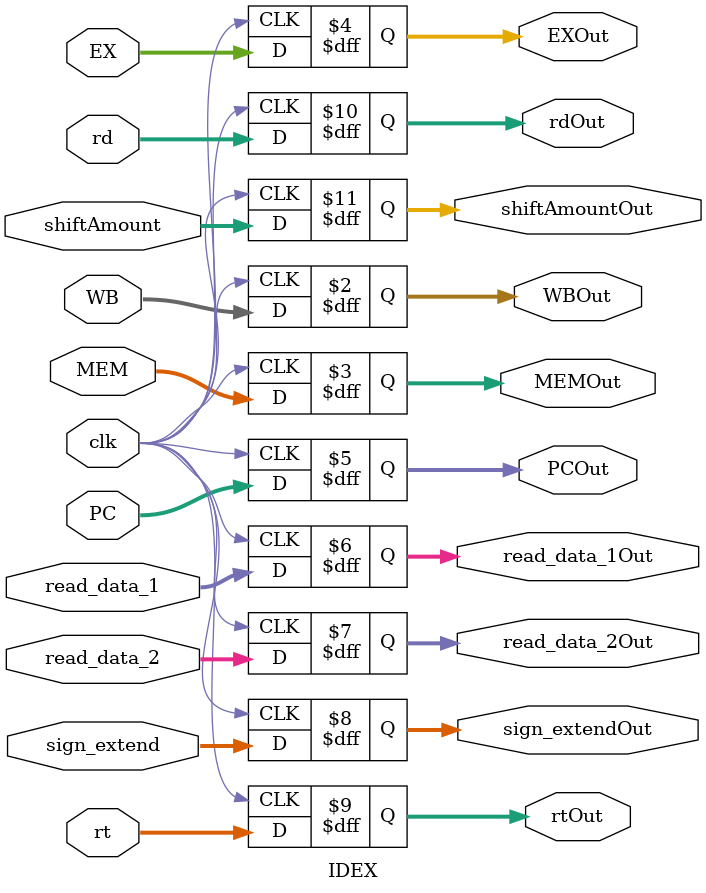
<source format=v>
module IDEX(output reg [1:0] WBOut,output reg [4:0] MEMOut, output reg [4:0] EXOut, output reg [31:0] PCOut, output reg [31:0] read_data_1Out, output reg [31:0] read_data_2Out, output reg [31:0] sign_extendOut, output reg [4:0] rtOut, output reg [4:0] rdOut,output reg [4:0] shiftAmountOut, input [1:0] WB,input [4:0] MEM, input [4:0] EX, input [31:0] PC, input [31:0] read_data_1, input [31:0] read_data_2, input [31:0] sign_extend, input [4:0] rt, input [4:0] rd,input [4:0] shiftAmount, input clk);

always @(posedge clk)
begin
WBOut = WB;
MEMOut = MEM;
EXOut = EX;
PCOut = PC;
read_data_1Out = read_data_1;
read_data_2Out = read_data_2;

sign_extendOut = sign_extend;
rdOut = rd;
rtOut = rt;
shiftAmountOut= shiftAmount;
$display("IDEX %b %b %b %b %b %b %b %b %b" ,WBOut, MEMOut, EXOut, PCOut,read_data_1Out, read_data_2Out, sign_extendOut,rdOut,rtOut );
end

endmodule 

</source>
